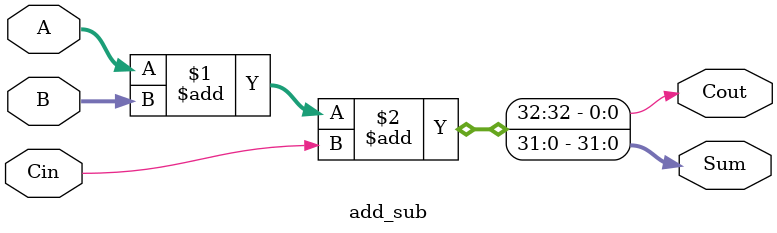
<source format=v>
module add_sub #(parameter N=32)(
    input Cin, 
    input [N-1:0]A, 
    input[N-1:0]B,
    output [N-1:0]Sum, 
    output Cout
    );
assign {Cout,Sum} = A + B + Cin;
endmodule
</source>
